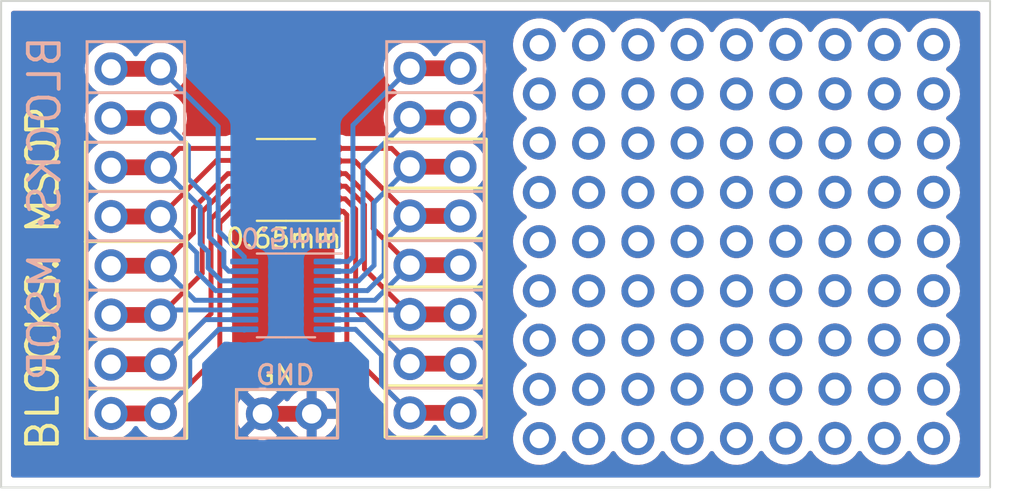
<source format=kicad_pcb>
(kicad_pcb (version 20211014) (generator pcbnew)
  (layers (0 "F.Cu" signal) (31 "B.Cu" signal) (34 "B.Paste" user) (35 "F.Paste" user) (36 "B.SilkS" user "B.Silkscreen") (37 "F.SilkS" user "F.Silkscreen") (38 "B.Mask" user) (39 "F.Mask" user) (44 "Edge.Cuts" user))
  (net 0 "")
  (net 1 "Net-(J1-Pad1)")
  (net 2 "Net-(J1-Pad2)")
  (net 3 "Net-(J1-Pad3)")
  (net 4 "Net-(J1-Pad4)")
  (net 5 "Net-(J1-Pad5)")
  (net 6 "Net-(J1-Pad6)")
  (net 7 "Net-(J1-Pad7)")
  (net 8 "Net-(J1-Pad8)")
  (net 9 "Net-(J1-Pad9)")
  (net 10 "Net-(J1-Pad10)")
  (net 11 "Net-(J2-Pad1)")
  (net 12 "Net-(J2-Pad2)")
  (net 13 "Net-(J1-Pad11)")
  (net 14 "Net-(J1-Pad12)")
  (net 15 "Net-(J10-Pad2)")
  (net 16 "Net-(J10-Pad1)")
  (net 98 "GND")
  (footprint "Connector_PinHeader_2.54mm:PinHeader_1x08_P2.54mm_Vertical" (layer "F.Cu") (at 173.709655 99.65 180)
    (fp_text reference "J9" hide)
    (fp_text value "Conn_01x08")
    (pad "1" thru_hole circle (at 0 0 180) (size 1.7 1.7) (drill 1) (layers *.Cu *.Mask) (net 1 "Net-(J1-Pad1)"))
    (pad "2" thru_hole oval (at 0 2.54 180) (size 1.7 1.7) (drill 1) (layers *.Cu *.Mask) (net 2 "Net-(J1-Pad2)"))
    (pad "3" thru_hole oval (at 0 5.08 180) (size 1.7 1.7) (drill 1) (layers *.Cu *.Mask) (net 3 "Net-(J1-Pad3)"))
    (pad "4" thru_hole oval (at 0 7.62 180) (size 1.7 1.7) (drill 1) (layers *.Cu *.Mask) (net 4 "Net-(J1-Pad4)"))
    (pad "5" thru_hole oval (at 0 10.16 180) (size 1.7 1.7) (drill 1) (layers *.Cu *.Mask) (net 5 "Net-(J1-Pad5)"))
    (pad "6" thru_hole oval (at 0 12.7 180) (size 1.7 1.7) (drill 1) (layers *.Cu *.Mask) (net 6 "Net-(J1-Pad6)"))
    (pad "7" thru_hole oval (at 0 15.24 180) (size 1.7 1.7) (drill 1) (layers *.Cu *.Mask) (net 12 "Net-(J2-Pad2)"))
    (pad "8" thru_hole oval (at 0 17.78 180) (size 1.7 1.7) (drill 1) (layers *.Cu *.Mask) (net 11 "Net-(J2-Pad1)"))
  )
  (footprint "A_Personal:Stripboard_1x09_P2.54mm_Vertical" (layer "F.Cu") (at 195.58 80.645)
    (fp_text reference "J4" hide)
    (fp_text value "Conn_01x09")
    (pad "1" thru_hole circle (at 0 0) (size 1.7 1.7) (drill 1) (layers *.Cu *.Mask))
    (pad "2" thru_hole oval (at 0 2.54) (size 1.7 1.7) (drill 1) (layers *.Cu *.Mask))
    (pad "3" thru_hole oval (at 0 5.08) (size 1.7 1.7) (drill 1) (layers *.Cu *.Mask))
    (pad "4" thru_hole oval (at 0 7.62) (size 1.7 1.7) (drill 1) (layers *.Cu *.Mask))
    (pad "5" thru_hole oval (at 0 10.16) (size 1.7 1.7) (drill 1) (layers *.Cu *.Mask))
    (pad "6" thru_hole oval (at 0 12.7) (size 1.7 1.7) (drill 1) (layers *.Cu *.Mask))
    (pad "7" thru_hole oval (at 0 15.24) (size 1.7 1.7) (drill 1) (layers *.Cu *.Mask))
    (pad "8" thru_hole oval (at 0 17.78) (size 1.7 1.7) (drill 1) (layers *.Cu *.Mask))
    (pad "9" thru_hole oval (at 0 20.32) (size 1.7 1.7) (drill 1) (layers *.Cu *.Mask))
  )
  (footprint "A_Personal:Stripboard_1x09_P2.54mm_Vertical" (layer "F.Cu") (at 193.04 80.645)
    (fp_text reference "J5" hide)
    (fp_text value "Conn_01x09")
    (pad "1" thru_hole circle (at 0 0) (size 1.7 1.7) (drill 1) (layers *.Cu *.Mask))
    (pad "2" thru_hole oval (at 0 2.54) (size 1.7 1.7) (drill 1) (layers *.Cu *.Mask))
    (pad "3" thru_hole oval (at 0 5.08) (size 1.7 1.7) (drill 1) (layers *.Cu *.Mask))
    (pad "4" thru_hole oval (at 0 7.62) (size 1.7 1.7) (drill 1) (layers *.Cu *.Mask))
    (pad "5" thru_hole oval (at 0 10.16) (size 1.7 1.7) (drill 1) (layers *.Cu *.Mask))
    (pad "6" thru_hole oval (at 0 12.7) (size 1.7 1.7) (drill 1) (layers *.Cu *.Mask))
    (pad "7" thru_hole oval (at 0 15.24) (size 1.7 1.7) (drill 1) (layers *.Cu *.Mask))
    (pad "8" thru_hole oval (at 0 17.78) (size 1.7 1.7) (drill 1) (layers *.Cu *.Mask))
    (pad "9" thru_hole oval (at 0 20.32) (size 1.7 1.7) (drill 1) (layers *.Cu *.Mask))
  )
  (footprint "A_Personal:Stripboard_1x09_P2.54mm_Vertical" (layer "F.Cu") (at 185.42 80.645)
    (fp_text reference "J12" hide)
    (fp_text value "Conn_01x09")
    (pad "1" thru_hole circle (at 0 0) (size 1.7 1.7) (drill 1) (layers *.Cu *.Mask))
    (pad "2" thru_hole oval (at 0 2.54) (size 1.7 1.7) (drill 1) (layers *.Cu *.Mask))
    (pad "3" thru_hole oval (at 0 5.08) (size 1.7 1.7) (drill 1) (layers *.Cu *.Mask))
    (pad "4" thru_hole oval (at 0 7.62) (size 1.7 1.7) (drill 1) (layers *.Cu *.Mask))
    (pad "5" thru_hole oval (at 0 10.16) (size 1.7 1.7) (drill 1) (layers *.Cu *.Mask))
    (pad "6" thru_hole oval (at 0 12.7) (size 1.7 1.7) (drill 1) (layers *.Cu *.Mask))
    (pad "7" thru_hole oval (at 0 15.24) (size 1.7 1.7) (drill 1) (layers *.Cu *.Mask))
    (pad "8" thru_hole oval (at 0 17.78) (size 1.7 1.7) (drill 1) (layers *.Cu *.Mask))
    (pad "9" thru_hole oval (at 0 20.32) (size 1.7 1.7) (drill 1) (layers *.Cu *.Mask))
  )
  (footprint "A_Personal:Stripboard_1x09_P2.54mm_Vertical" (layer "F.Cu") (at 187.96 80.655)
    (fp_text reference "J11" hide)
    (fp_text value "Conn_01x09")
    (pad "1" thru_hole circle (at 0 0) (size 1.7 1.7) (drill 1) (layers *.Cu *.Mask))
    (pad "2" thru_hole oval (at 0 2.54) (size 1.7 1.7) (drill 1) (layers *.Cu *.Mask))
    (pad "3" thru_hole oval (at 0 5.08) (size 1.7 1.7) (drill 1) (layers *.Cu *.Mask))
    (pad "4" thru_hole oval (at 0 7.62) (size 1.7 1.7) (drill 1) (layers *.Cu *.Mask))
    (pad "5" thru_hole oval (at 0 10.16) (size 1.7 1.7) (drill 1) (layers *.Cu *.Mask))
    (pad "6" thru_hole oval (at 0 12.7) (size 1.7 1.7) (drill 1) (layers *.Cu *.Mask))
    (pad "7" thru_hole oval (at 0 15.24) (size 1.7 1.7) (drill 1) (layers *.Cu *.Mask))
    (pad "8" thru_hole oval (at 0 17.78) (size 1.7 1.7) (drill 1) (layers *.Cu *.Mask))
    (pad "9" thru_hole oval (at 0 20.32) (size 1.7 1.7) (drill 1) (layers *.Cu *.Mask))
  )
  (footprint "Package_SO:MSOP-12_3x4mm_P0.65mm" (layer "F.Cu") (at 164.740655 87.63 180)
    (fp_text reference "J1" hide)
    (fp_text value "Conn_02x06_Counter_Clockwise")
    (fp_line (start 0 -2.11) (end 1.5 -2.11) (layer "F.SilkS") (width 0.12))
    (fp_line (start 0 2.11) (end -1.5 2.11) (layer "F.SilkS") (width 0.12))
    (fp_line (start 0 2.11) (end 1.5 2.11) (layer "F.SilkS") (width 0.12))
    (fp_line (start 0 -2.11) (end -2.875 -2.11) (layer "F.SilkS") (width 0.12))
    (pad "1" smd roundrect (at -2.15 -1.625 180) (size 1.45 0.4) (layers "F.Cu" "F.Paste" "F.Mask") (net 1 "Net-(J1-Pad1)"))
    (pad "2" smd roundrect (at -2.15 -0.975 180) (size 1.45 0.4) (layers "F.Cu" "F.Paste" "F.Mask") (net 2 "Net-(J1-Pad2)"))
    (pad "3" smd roundrect (at -2.15 -0.325 180) (size 1.45 0.4) (layers "F.Cu" "F.Paste" "F.Mask") (net 3 "Net-(J1-Pad3)"))
    (pad "4" smd roundrect (at -2.15 0.325 180) (size 1.45 0.4) (layers "F.Cu" "F.Paste" "F.Mask") (net 4 "Net-(J1-Pad4)"))
    (pad "5" smd roundrect (at -2.15 0.975 180) (size 1.45 0.4) (layers "F.Cu" "F.Paste" "F.Mask") (net 5 "Net-(J1-Pad5)"))
    (pad "6" smd roundrect (at -2.15 1.625 180) (size 1.45 0.4) (layers "F.Cu" "F.Paste" "F.Mask") (net 6 "Net-(J1-Pad6)"))
    (pad "7" smd roundrect (at 2.15 1.625 180) (size 1.45 0.4) (layers "F.Cu" "F.Paste" "F.Mask") (net 7 "Net-(J1-Pad7)"))
    (pad "8" smd roundrect (at 2.15 0.975 180) (size 1.45 0.4) (layers "F.Cu" "F.Paste" "F.Mask") (net 8 "Net-(J1-Pad8)"))
    (pad "9" smd roundrect (at 2.15 0.325 180) (size 1.45 0.4) (layers "F.Cu" "F.Paste" "F.Mask") (net 9 "Net-(J1-Pad9)"))
    (pad "10" smd roundrect (at 2.15 -0.325 180) (size 1.45 0.4) (layers "F.Cu" "F.Paste" "F.Mask") (net 10 "Net-(J1-Pad10)"))
    (pad "11" smd roundrect (at 2.15 -0.975 180) (size 1.45 0.4) (layers "F.Cu" "F.Paste" "F.Mask") (net 13 "Net-(J1-Pad11)"))
    (pad "12" smd roundrect (at 2.15 -1.625 180) (size 1.45 0.4) (layers "F.Cu" "F.Paste" "F.Mask") (net 14 "Net-(J1-Pad12)"))
  )
  (footprint "A_Personal:Stripboard_1x09_P2.54mm_Vertical" (layer "F.Cu") (at 198.12 80.645)
    (fp_text reference "J3" hide)
    (fp_text value "Conn_01x09")
    (pad "1" thru_hole circle (at 0 0) (size 1.7 1.7) (drill 1) (layers *.Cu *.Mask))
    (pad "2" thru_hole oval (at 0 2.54) (size 1.7 1.7) (drill 1) (layers *.Cu *.Mask))
    (pad "3" thru_hole oval (at 0 5.08) (size 1.7 1.7) (drill 1) (layers *.Cu *.Mask))
    (pad "4" thru_hole oval (at 0 7.62) (size 1.7 1.7) (drill 1) (layers *.Cu *.Mask))
    (pad "5" thru_hole oval (at 0 10.16) (size 1.7 1.7) (drill 1) (layers *.Cu *.Mask))
    (pad "6" thru_hole oval (at 0 12.7) (size 1.7 1.7) (drill 1) (layers *.Cu *.Mask))
    (pad "7" thru_hole oval (at 0 15.24) (size 1.7 1.7) (drill 1) (layers *.Cu *.Mask))
    (pad "8" thru_hole oval (at 0 17.78) (size 1.7 1.7) (drill 1) (layers *.Cu *.Mask))
    (pad "9" thru_hole oval (at 0 20.32) (size 1.7 1.7) (drill 1) (layers *.Cu *.Mask))
  )
  (footprint "A_Personal:Stripboard_1x09_P2.54mm_Vertical" (layer "F.Cu") (at 182.88 80.655)
    (fp_text reference "J13" hide)
    (fp_text value "Conn_01x09")
    (pad "1" thru_hole circle (at 0 0) (size 1.7 1.7) (drill 1) (layers *.Cu *.Mask))
    (pad "2" thru_hole oval (at 0 2.54) (size 1.7 1.7) (drill 1) (layers *.Cu *.Mask))
    (pad "3" thru_hole oval (at 0 5.08) (size 1.7 1.7) (drill 1) (layers *.Cu *.Mask))
    (pad "4" thru_hole oval (at 0 7.62) (size 1.7 1.7) (drill 1) (layers *.Cu *.Mask))
    (pad "5" thru_hole oval (at 0 10.16) (size 1.7 1.7) (drill 1) (layers *.Cu *.Mask))
    (pad "6" thru_hole oval (at 0 12.7) (size 1.7 1.7) (drill 1) (layers *.Cu *.Mask))
    (pad "7" thru_hole oval (at 0 15.24) (size 1.7 1.7) (drill 1) (layers *.Cu *.Mask))
    (pad "8" thru_hole oval (at 0 17.78) (size 1.7 1.7) (drill 1) (layers *.Cu *.Mask))
    (pad "9" thru_hole oval (at 0 20.32) (size 1.7 1.7) (drill 1) (layers *.Cu *.Mask))
  )
  (footprint "A_Personal:Stripboard_1x09_P2.54mm_Vertical" (layer "F.Cu") (at 177.8 80.655)
    (fp_text reference "J15" hide)
    (fp_text value "Conn_01x09")
    (pad "1" thru_hole circle (at 0 0) (size 1.7 1.7) (drill 1) (layers *.Cu *.Mask))
    (pad "2" thru_hole oval (at 0 2.54) (size 1.7 1.7) (drill 1) (layers *.Cu *.Mask))
    (pad "3" thru_hole oval (at 0 5.08) (size 1.7 1.7) (drill 1) (layers *.Cu *.Mask))
    (pad "4" thru_hole oval (at 0 7.62) (size 1.7 1.7) (drill 1) (layers *.Cu *.Mask))
    (pad "5" thru_hole oval (at 0 10.16) (size 1.7 1.7) (drill 1) (layers *.Cu *.Mask))
    (pad "6" thru_hole oval (at 0 12.7) (size 1.7 1.7) (drill 1) (layers *.Cu *.Mask))
    (pad "7" thru_hole oval (at 0 15.24) (size 1.7 1.7) (drill 1) (layers *.Cu *.Mask))
    (pad "8" thru_hole oval (at 0 17.78) (size 1.7 1.7) (drill 1) (layers *.Cu *.Mask))
    (pad "9" thru_hole oval (at 0 20.32) (size 1.7 1.7) (drill 1) (layers *.Cu *.Mask))
  )
  (footprint "Connector_PinHeader_2.54mm:PinHeader_1x08_P2.54mm_Vertical" (layer "F.Cu") (at 171.130655 99.65 180)
    (fp_text reference "J7" hide)
    (fp_text value "Conn_01x08")
    (pad "1" thru_hole circle (at 0 0 180) (size 1.7 1.7) (drill 1) (layers *.Cu *.Mask) (net 1 "Net-(J1-Pad1)"))
    (pad "2" thru_hole oval (at 0 2.54 180) (size 1.7 1.7) (drill 1) (layers *.Cu *.Mask) (net 2 "Net-(J1-Pad2)"))
    (pad "3" thru_hole oval (at 0 5.08 180) (size 1.7 1.7) (drill 1) (layers *.Cu *.Mask) (net 3 "Net-(J1-Pad3)"))
    (pad "4" thru_hole oval (at 0 7.62 180) (size 1.7 1.7) (drill 1) (layers *.Cu *.Mask) (net 4 "Net-(J1-Pad4)"))
    (pad "5" thru_hole oval (at 0 10.16 180) (size 1.7 1.7) (drill 1) (layers *.Cu *.Mask) (net 5 "Net-(J1-Pad5)"))
    (pad "6" thru_hole oval (at 0 12.7 180) (size 1.7 1.7) (drill 1) (layers *.Cu *.Mask) (net 6 "Net-(J1-Pad6)"))
    (pad "7" thru_hole oval (at 0 15.24 180) (size 1.7 1.7) (drill 1) (layers *.Cu *.Mask) (net 12 "Net-(J2-Pad2)"))
    (pad "8" thru_hole oval (at 0 17.78 180) (size 1.7 1.7) (drill 1) (layers *.Cu *.Mask) (net 11 "Net-(J2-Pad1)"))
  )
  (footprint "A_Personal:Stripboard_1x09_P2.54mm_Vertical" (layer "F.Cu") (at 190.5 80.635)
    (fp_text reference "J6" hide)
    (fp_text value "Conn_01x09")
    (pad "1" thru_hole circle (at 0 0) (size 1.7 1.7) (drill 1) (layers *.Cu *.Mask))
    (pad "2" thru_hole oval (at 0 2.54) (size 1.7 1.7) (drill 1) (layers *.Cu *.Mask))
    (pad "3" thru_hole oval (at 0 5.08) (size 1.7 1.7) (drill 1) (layers *.Cu *.Mask))
    (pad "4" thru_hole oval (at 0 7.62) (size 1.7 1.7) (drill 1) (layers *.Cu *.Mask))
    (pad "5" thru_hole oval (at 0 10.16) (size 1.7 1.7) (drill 1) (layers *.Cu *.Mask))
    (pad "6" thru_hole oval (at 0 12.7) (size 1.7 1.7) (drill 1) (layers *.Cu *.Mask))
    (pad "7" thru_hole oval (at 0 15.24) (size 1.7 1.7) (drill 1) (layers *.Cu *.Mask))
    (pad "8" thru_hole oval (at 0 17.78) (size 1.7 1.7) (drill 1) (layers *.Cu *.Mask))
    (pad "9" thru_hole oval (at 0 20.32) (size 1.7 1.7) (drill 1) (layers *.Cu *.Mask))
  )
  (footprint "Connector_PinHeader_2.54mm:PinHeader_1x08_P2.54mm_Vertical" (layer "F.Cu") (at 155.725721 81.899548)
    (fp_text reference "J10" hide)
    (fp_text value "Conn_01x08")
    (pad "1" thru_hole circle (at 0 0) (size 1.7 1.7) (drill 1) (layers *.Cu *.Mask) (net 16 "Net-(J10-Pad1)"))
    (pad "2" thru_hole oval (at 0 2.54) (size 1.7 1.7) (drill 1) (layers *.Cu *.Mask) (net 15 "Net-(J10-Pad2)"))
    (pad "3" thru_hole oval (at 0 5.08) (size 1.7 1.7) (drill 1) (layers *.Cu *.Mask) (net 7 "Net-(J1-Pad7)"))
    (pad "4" thru_hole oval (at 0 7.62) (size 1.7 1.7) (drill 1) (layers *.Cu *.Mask) (net 8 "Net-(J1-Pad8)"))
    (pad "5" thru_hole oval (at 0 10.16) (size 1.7 1.7) (drill 1) (layers *.Cu *.Mask) (net 9 "Net-(J1-Pad9)"))
    (pad "6" thru_hole oval (at 0 12.7) (size 1.7 1.7) (drill 1) (layers *.Cu *.Mask) (net 10 "Net-(J1-Pad10)"))
    (pad "7" thru_hole oval (at 0 15.24) (size 1.7 1.7) (drill 1) (layers *.Cu *.Mask) (net 13 "Net-(J1-Pad11)"))
    (pad "8" thru_hole oval (at 0 17.78) (size 1.7 1.7) (drill 1) (layers *.Cu *.Mask) (net 14 "Net-(J1-Pad12)"))
  )
  (footprint "A_Personal:Stripboard_1x09_P2.54mm_Vertical" (layer "F.Cu") (at 180.34 80.655)
    (fp_text reference "J14" hide)
    (fp_text value "Conn_01x09")
    (pad "1" thru_hole circle (at 0 0) (size 1.7 1.7) (drill 1) (layers *.Cu *.Mask))
    (pad "2" thru_hole oval (at 0 2.54) (size 1.7 1.7) (drill 1) (layers *.Cu *.Mask))
    (pad "3" thru_hole oval (at 0 5.08) (size 1.7 1.7) (drill 1) (layers *.Cu *.Mask))
    (pad "4" thru_hole oval (at 0 7.62) (size 1.7 1.7) (drill 1) (layers *.Cu *.Mask))
    (pad "5" thru_hole oval (at 0 10.16) (size 1.7 1.7) (drill 1) (layers *.Cu *.Mask))
    (pad "6" thru_hole oval (at 0 12.7) (size 1.7 1.7) (drill 1) (layers *.Cu *.Mask))
    (pad "7" thru_hole oval (at 0 15.24) (size 1.7 1.7) (drill 1) (layers *.Cu *.Mask))
    (pad "8" thru_hole oval (at 0 17.78) (size 1.7 1.7) (drill 1) (layers *.Cu *.Mask))
    (pad "9" thru_hole oval (at 0 20.32) (size 1.7 1.7) (drill 1) (layers *.Cu *.Mask))
  )
  (footprint "Connector_PinHeader_2.54mm:PinHeader_1x08_P2.54mm_Vertical" (layer "F.Cu") (at 158.270655 81.9)
    (fp_text reference "J8" hide)
    (fp_text value "Conn_01x08")
    (pad "1" thru_hole circle (at 0 0) (size 1.7 1.7) (drill 1) (layers *.Cu *.Mask) (net 16 "Net-(J10-Pad1)"))
    (pad "2" thru_hole oval (at 0 2.54) (size 1.7 1.7) (drill 1) (layers *.Cu *.Mask) (net 15 "Net-(J10-Pad2)"))
    (pad "3" thru_hole oval (at 0 5.08) (size 1.7 1.7) (drill 1) (layers *.Cu *.Mask) (net 7 "Net-(J1-Pad7)"))
    (pad "4" thru_hole oval (at 0 7.62) (size 1.7 1.7) (drill 1) (layers *.Cu *.Mask) (net 8 "Net-(J1-Pad8)"))
    (pad "5" thru_hole oval (at 0 10.16) (size 1.7 1.7) (drill 1) (layers *.Cu *.Mask) (net 9 "Net-(J1-Pad9)"))
    (pad "6" thru_hole oval (at 0 12.7) (size 1.7 1.7) (drill 1) (layers *.Cu *.Mask) (net 10 "Net-(J1-Pad10)"))
    (pad "7" thru_hole oval (at 0 15.24) (size 1.7 1.7) (drill 1) (layers *.Cu *.Mask) (net 13 "Net-(J1-Pad11)"))
    (pad "8" thru_hole oval (at 0 17.78) (size 1.7 1.7) (drill 1) (layers *.Cu *.Mask) (net 14 "Net-(J1-Pad12)"))
  )
  (footprint "A_Personal:Stripboard_1x02_P2.54mm_Vertical" (layer "F.Cu") (at 163.525 99.7 90)
    (fp_text reference "J16" hide)
    (fp_text value "Conn_01x02")
    (pad "1" thru_hole circle (at 0 0 90) (size 1.7 1.7) (drill 1) (layers *.Cu *.Mask) (net 98 "GND"))
    (pad "2" thru_hole oval (at 0 2.54 90) (size 1.7 1.7) (drill 1) (layers *.Cu *.Mask) (net 98 "GND"))
  )
  (footprint "Package_SO:MSOP-16_3x4mm_P0.5mm" (layer "B.Cu") (at 164.740655 93.59 180)
    (fp_text reference "J2" hide)
    (fp_text value "Conn_02x08_Counter_Clockwise")
    (fp_line (start 0 -2.16) (end 1.5 -2.16) (layer "B.SilkS") (width 0.12))
    (fp_line (start 0 -2.16) (end -1.5 -2.16) (layer "B.SilkS") (width 0.12))
    (fp_line (start 0 2.16) (end -2.875 2.16) (layer "B.SilkS") (width 0.12))
    (fp_line (start 0 2.16) (end 1.5 2.16) (layer "B.SilkS") (width 0.12))
    (pad "1" smd roundrect (at -2.15 1.75 180) (size 1.45 0.3) (layers "B.Cu" "B.Paste" "B.Mask") (net 11 "Net-(J2-Pad1)"))
    (pad "2" smd roundrect (at -2.15 1.25 180) (size 1.45 0.3) (layers "B.Cu" "B.Paste" "B.Mask") (net 12 "Net-(J2-Pad2)"))
    (pad "3" smd roundrect (at -2.15 0.75 180) (size 1.45 0.3) (layers "B.Cu" "B.Paste" "B.Mask") (net 6 "Net-(J1-Pad6)"))
    (pad "4" smd roundrect (at -2.15 0.25 180) (size 1.45 0.3) (layers "B.Cu" "B.Paste" "B.Mask") (net 5 "Net-(J1-Pad5)"))
    (pad "5" smd roundrect (at -2.15 -0.25 180) (size 1.45 0.3) (layers "B.Cu" "B.Paste" "B.Mask") (net 4 "Net-(J1-Pad4)"))
    (pad "6" smd roundrect (at -2.15 -0.75 180) (size 1.45 0.3) (layers "B.Cu" "B.Paste" "B.Mask") (net 3 "Net-(J1-Pad3)"))
    (pad "7" smd roundrect (at -2.15 -1.25 180) (size 1.45 0.3) (layers "B.Cu" "B.Paste" "B.Mask") (net 2 "Net-(J1-Pad2)"))
    (pad "8" smd roundrect (at -2.15 -1.75 180) (size 1.45 0.3) (layers "B.Cu" "B.Paste" "B.Mask") (net 1 "Net-(J1-Pad1)"))
    (pad "9" smd roundrect (at 2.15 -1.75 180) (size 1.45 0.3) (layers "B.Cu" "B.Paste" "B.Mask") (net 14 "Net-(J1-Pad12)"))
    (pad "10" smd roundrect (at 2.15 -1.25 180) (size 1.45 0.3) (layers "B.Cu" "B.Paste" "B.Mask") (net 13 "Net-(J1-Pad11)"))
    (pad "11" smd roundrect (at 2.15 -0.75 180) (size 1.45 0.3) (layers "B.Cu" "B.Paste" "B.Mask") (net 10 "Net-(J1-Pad10)"))
    (pad "12" smd roundrect (at 2.15 -0.25 180) (size 1.45 0.3) (layers "B.Cu" "B.Paste" "B.Mask") (net 9 "Net-(J1-Pad9)"))
    (pad "13" smd roundrect (at 2.15 0.25 180) (size 1.45 0.3) (layers "B.Cu" "B.Paste" "B.Mask") (net 8 "Net-(J1-Pad8)"))
    (pad "14" smd roundrect (at 2.15 0.75 180) (size 1.45 0.3) (layers "B.Cu" "B.Paste" "B.Mask") (net 7 "Net-(J1-Pad7)"))
    (pad "15" smd roundrect (at 2.15 1.25 180) (size 1.45 0.3) (layers "B.Cu" "B.Paste" "B.Mask") (net 15 "Net-(J10-Pad2)"))
    (pad "16" smd roundrect (at 2.15 1.75 180) (size 1.45 0.3) (layers "B.Cu" "B.Paste" "B.Mask") (net 16 "Net-(J10-Pad1)"))
  )
  (gr_line (start 154.52701 83.130387) (end 159.449241 83.130387) (layer "B.SilkS") (width 0.15))
  (gr_line (start 154.525269 93.317083) (end 159.4475 93.317083) (layer "B.SilkS") (width 0.15))
  (gr_rect (start 162.209028 98.442153) (end 167.409028 100.948628) (layer "B.SilkS") (width 0.15) (fill none))
  (gr_line (start 169.994224 90.766399) (end 174.916455 90.766399) (layer "B.SilkS") (width 0.15))
  (gr_line (start 169.97298 95.84645) (end 174.895211 95.84645) (layer "B.SilkS") (width 0.15))
  (gr_rect (start 154.4875 100.967083) (end 159.5125 80.497083) (layer "B.SilkS") (width 0.15) (fill none))
  (gr_line (start 169.968424 93.315) (end 174.890655 93.315) (layer "B.SilkS") (width 0.15))
  (gr_line (start 154.52701 88.227404) (end 159.449241 88.227404) (layer "B.SilkS") (width 0.15))
  (gr_line (start 170.014745 85.684243) (end 174.936976 85.684243) (layer "B.SilkS") (width 0.15))
  (gr_line (start 154.529825 98.376567) (end 159.452056 98.376567) (layer "B.SilkS") (width 0.15))
  (gr_rect (start 169.930655 100.965) (end 174.955655 80.495) (layer "B.SilkS") (width 0.15) (fill none))
  (gr_line (start 169.970165 83.128304) (end 174.892396 83.128304) (layer "B.SilkS") (width 0.15))
  (gr_line (start 154.551069 90.768482) (end 159.4733 90.768482) (layer "B.SilkS") (width 0.15))
  (gr_line (start 169.970165 88.225321) (end 174.892396 88.225321) (layer "B.SilkS") (width 0.15))
  (gr_line (start 169.97298 98.374484) (end 174.895211 98.374484) (layer "B.SilkS") (width 0.15))
  (gr_line (start 154.57159 85.686326) (end 159.493821 85.686326) (layer "B.SilkS") (width 0.15))
  (gr_line (start 154.529825 95.848533) (end 159.452056 95.848533) (layer "B.SilkS") (width 0.15))
  (gr_line (start 169.885501 88.05) (end 174.985501 88.05) (layer "F.SilkS") (width 0.15))
  (gr_line (start 154.440655 93.315) (end 159.540655 93.315) (layer "F.SilkS") (width 0.15))
  (gr_line (start 169.885501 93.15) (end 174.985501 93.15) (layer "F.SilkS") (width 0.15))
  (gr_line (start 154.390655 90.815) (end 159.490655 90.815) (layer "F.SilkS") (width 0.15))
  (gr_rect (start 162.189663 98.448628) (end 167.389663 100.948628) (layer "F.SilkS") (width 0.15) (fill none))
  (gr_line (start 154.440655 95.865) (end 159.540655 95.865) (layer "F.SilkS") (width 0.15))
  (gr_line (start 154.440655 88.215) (end 159.540655 88.215) (layer "F.SilkS") (width 0.15))
  (gr_line (start 169.885501 98.25) (end 174.985501 98.25) (layer "F.SilkS") (width 0.15))
  (gr_line (start 169.885501 95.7) (end 174.985501 95.7) (layer "F.SilkS") (width 0.15))
  (gr_line (start 154.440655 98.415) (end 159.540655 98.415) (layer "F.SilkS") (width 0.15))
  (gr_line (start 169.835501 90.65) (end 174.935501 90.65) (layer "F.SilkS") (width 0.15))
  (gr_rect (start 154.400655 100.965) (end 159.625655 85.685) (layer "F.SilkS") (width 0.15) (fill none))
  (gr_rect (start 169.845501 100.9) (end 175.070501 85.52) (layer "F.SilkS") (width 0.15) (fill none))
  (gr_rect (start 201.032995 103.496546) (end 150.059185 78.397494) (layer "Edge.Cuts") (width 0.1) (fill none))
  (gr_text "BLOCKS: MSOP" (at 152.3 89.1 90) (layer "B.SilkS") (effects (font (size 1.59 1.59) (thickness 0.2)) (justify mirror)))
  (gr_text "0.5mm" (at 164.930655 90.605 180) (layer "B.SilkS") (effects (font (size 0.992 0.992) (thickness 0.148)) (justify mirror)))
  (gr_text "GND" (at 164.7 97.6 180) (layer "B.SilkS") (effects (font (size 0.992 0.992) (thickness 0.148)) (justify mirror)))
  (gr_text "GND" (at 164.7 97.7) (layer "F.SilkS") (effects (font (size 0.992 0.992) (thickness 0.148))))
  (gr_text "0.65mm" (at 164.620655 90.645) (layer "F.SilkS") (effects (font (size 0.992 0.992) (thickness 0.148))))
  (gr_text "BLOCKS: MSOP" (at 152.205778 92.71 90) (layer "F.SilkS") (effects (font (size 1.59 1.59) (thickness 0.2))))
  (segment (start 167.876655 89.435) (end 167.876655 96.396) (width 0.254) (layer "F.Cu") (net 1))
  (segment (start 166.890655 89.255) (end 167.696655 89.255) (width 0.254) (layer "F.Cu") (net 1))
  (segment (start 167.876655 96.396) (end 171.130655 99.65) (width 0.254) (layer "F.Cu") (net 1))
  (segment (start 173.709655 99.65) (end 171.130655 99.65) (width 0.8128) (layer "F.Cu") (net 1))
  (segment (start 167.696655 89.255) (end 167.876655 89.435) (width 0.254) (layer "F.Cu") (net 1))
  (segment (start 169.660655 98.18) (end 171.130655 99.65) (width 0.254) (layer "B.Cu") (net 1))
  (segment (start 168.325655 95.34) (end 169.660655 96.675) (width 0.254) (layer "B.Cu") (net 1))
  (segment (start 166.890655 95.34) (end 168.325655 95.34) (width 0.254) (layer "B.Cu") (net 1))
  (segment (start 169.660655 96.675) (end 169.660655 98.18) (width 0.254) (layer "B.Cu") (net 1))
  (segment (start 171.130655 97.11) (end 168.330655 94.31) (width 0.254) (layer "F.Cu") (net 2))
  (segment (start 167.790655 88.605) (end 166.890655 88.605) (width 0.254) (layer "F.Cu") (net 2))
  (segment (start 168.330655 94.31) (end 168.330655 89.145) (width 0.254) (layer "F.Cu") (net 2))
  (segment (start 168.330655 89.145) (end 167.790655 88.605) (width 0.254) (layer "F.Cu") (net 2))
  (segment (start 173.709655 97.11) (end 171.130655 97.11) (width 0.8128) (layer "F.Cu") (net 2))
  (segment (start 171.130655 97.11) (end 168.860655 94.84) (width 0.254) (layer "B.Cu") (net 2))
  (segment (start 168.860655 94.84) (end 166.890655 94.84) (width 0.254) (layer "B.Cu") (net 2))
  (segment (start 167.815524 87.955) (end 168.784655 88.924131) (width 0.254) (layer "F.Cu") (net 3))
  (segment (start 173.709655 94.57) (end 171.130655 94.57) (width 0.8128) (layer "F.Cu") (net 3))
  (segment (start 168.784655 92.224) (end 171.130655 94.57) (width 0.254) (layer "F.Cu") (net 3))
  (segment (start 168.784655 88.924131) (end 168.784655 92.224) (width 0.254) (layer "F.Cu") (net 3))
  (segment (start 166.890655 87.955) (end 167.815524 87.955) (width 0.254) (layer "F.Cu") (net 3))
  (segment (start 171.130655 94.525) (end 170.945655 94.34) (width 0.254) (layer "B.Cu") (net 3))
  (segment (start 170.900655 94.34) (end 171.130655 94.57) (width 0.254) (layer "B.Cu") (net 3))
  (segment (start 166.890655 94.34) (end 170.900655 94.34) (width 0.254) (layer "B.Cu") (net 3))
  (segment (start 169.238655 88.728131) (end 169.238655 90.138) (width 0.254) (layer "F.Cu") (net 4))
  (segment (start 166.890655 87.305) (end 167.815524 87.305) (width 0.254) (layer "F.Cu") (net 4))
  (segment (start 173.709655 92.03) (end 171.130655 92.03) (width 0.8128) (layer "F.Cu") (net 4))
  (segment (start 167.815524 87.305) (end 169.238655 88.728131) (width 0.254) (layer "F.Cu") (net 4))
  (segment (start 169.238655 90.138) (end 171.130655 92.03) (width 0.254) (layer "F.Cu") (net 4))
  (segment (start 169.320655 93.84) (end 171.130655 92.03) (width 0.254) (layer "B.Cu") (net 4))
  (segment (start 166.890655 93.84) (end 169.320655 93.84) (width 0.254) (layer "B.Cu") (net 4))
  (segment (start 173.709655 89.49) (end 171.130655 89.49) (width 0.8128) (layer "F.Cu") (net 5))
  (segment (start 171.130655 89.49) (end 168.295655 86.655) (width 0.254) (layer "F.Cu") (net 5))
  (segment (start 168.295655 86.655) (end 166.890655 86.655) (width 0.254) (layer "F.Cu") (net 5))
  (segment (start 169.800655 90.82) (end 171.130655 89.49) (width 0.254) (layer "B.Cu") (net 5))
  (segment (start 169.800655 92.482052) (end 169.800655 90.82) (width 0.254) (layer "B.Cu") (net 5))
  (segment (start 166.890655 93.34) (end 168.942707 93.34) (width 0.254) (layer "B.Cu") (net 5))
  (segment (start 168.942707 93.34) (end 169.800655 92.482052) (width 0.254) (layer "B.Cu") (net 5))
  (segment (start 170.185655 86.005) (end 166.890655 86.005) (width 0.254) (layer "F.Cu") (net 6))
  (segment (start 170.185655 86.005) (end 171.130655 86.95) (width 0.254) (layer "F.Cu") (net 6))
  (segment (start 173.709655 86.95) (end 171.130655 86.95) (width 0.8128) (layer "F.Cu") (net 6))
  (segment (start 169.280655 92.035) (end 168.475655 92.84) (width 0.254) (layer "B.Cu") (net 6))
  (segment (start 171.130655 86.95) (end 169.280655 88.8) (width 0.254) (layer "B.Cu") (net 6))
  (segment (start 168.475655 92.84) (end 166.890655 92.84) (width 0.254) (layer "B.Cu") (net 6))
  (segment (start 169.280655 88.8) (end 169.280655 92.035) (width 0.254) (layer "B.Cu") (net 6))
  (segment (start 159.245655 86.005) (end 162.590655 86.005) (width 0.254) (layer "F.Cu") (net 7))
  (segment (start 158.270655 86.98) (end 159.245655 86.005) (width 0.254) (layer "F.Cu") (net 7))
  (segment (start 158.270203 86.979548) (end 158.270655 86.98) (width 0.8128) (layer "F.Cu") (net 7))
  (segment (start 155.725721 86.979548) (end 158.270203 86.979548) (width 0.8128) (layer "F.Cu") (net 7))
  (segment (start 158.270655 86.98) (end 160.320655 89.03) (width 0.254) (layer "B.Cu") (net 7))
  (segment (start 161.400655 92.84) (end 162.590655 92.84) (width 0.254) (layer "B.Cu") (net 7))
  (segment (start 160.320655 89.03) (end 160.320655 90.93) (width 0.254) (layer "B.Cu") (net 7))
  (segment (start 160.730655 92.17) (end 161.400655 92.84) (width 0.254) (layer "B.Cu") (net 7))
  (segment (start 160.730655 91.34) (end 160.730655 92.17) (width 0.254) (layer "B.Cu") (net 7))
  (segment (start 160.320655 90.93) (end 160.730655 91.34) (width 0.254) (layer "B.Cu") (net 7))
  (segment (start 155.725721 89.519548) (end 158.270203 89.519548) (width 0.8128) (layer "F.Cu") (net 8))
  (segment (start 158.270203 89.519548) (end 158.270655 89.52) (width 0.8128) (layer "F.Cu") (net 8))
  (segment (start 161.165655 86.625) (end 162.560655 86.625) (width 0.25) (layer "F.Cu") (net 8))
  (segment (start 162.560655 86.625) (end 162.590655 86.655) (width 0.25) (layer "F.Cu") (net 8))
  (segment (start 158.270655 89.52) (end 161.165655 86.625) (width 0.25) (layer "F.Cu") (net 8))
  (segment (start 158.270655 89.52) (end 160.140655 91.39) (width 0.25) (layer "B.Cu") (net 8))
  (segment (start 160.140655 92.37) (end 161.110655 93.34) (width 0.25) (layer "B.Cu") (net 8))
  (segment (start 160.140655 91.39) (end 160.140655 92.37) (width 0.25) (layer "B.Cu") (net 8))
  (segment (start 161.110655 93.34) (end 162.590655 93.34) (width 0.25) (layer "B.Cu") (net 8))
  (segment (start 158.270203 92.059548) (end 158.270655 92.06) (width 0.8128) (layer "F.Cu") (net 9))
  (segment (start 159.972655 89.083775) (end 161.75143 87.305) (width 0.254) (layer "F.Cu") (net 9))
  (segment (start 161.75143 87.305) (end 162.590655 87.305) (width 0.254) (layer "F.Cu") (net 9))
  (segment (start 155.725721 92.059548) (end 158.270203 92.059548) (width 0.8128) (layer "F.Cu") (net 9))
  (segment (start 159.972655 90.358) (end 159.972655 89.083775) (width 0.254) (layer "F.Cu") (net 9))
  (segment (start 158.270655 92.06) (end 159.972655 90.358) (width 0.254) (layer "F.Cu") (net 9))
  (segment (start 160.050655 93.84) (end 162.590655 93.84) (width 0.254) (layer "B.Cu") (net 9))
  (segment (start 158.270655 92.06) (end 160.050655 93.84) (width 0.254) (layer "B.Cu") (net 9))
  (segment (start 158.270203 94.599548) (end 158.270655 94.6) (width 0.8128) (layer "F.Cu") (net 10))
  (segment (start 155.725721 94.599548) (end 158.270203 94.599548) (width 0.8128) (layer "F.Cu") (net 10))
  (segment (start 160.424655 89.271) (end 161.740655 87.955) (width 0.25) (layer "F.Cu") (net 10))
  (segment (start 161.740655 87.955) (end 162.590655 87.955) (width 0.25) (layer "F.Cu") (net 10))
  (segment (start 158.270655 94.6) (end 160.424655 92.446) (width 0.25) (layer "F.Cu") (net 10))
  (segment (start 160.424655 92.446) (end 160.424655 89.271) (width 0.25) (layer "F.Cu") (net 10))
  (segment (start 158.530655 94.34) (end 162.590655 94.34) (width 0.25) (layer "B.Cu") (net 10))
  (segment (start 158.270655 94.6) (end 158.530655 94.34) (width 0.25) (layer "B.Cu") (net 10))
  (segment (start 158.270655 94.6) (end 158.630655 94.24) (width 0.25) (layer "B.Cu") (net 10))
  (segment (start 173.709655 81.87) (end 171.130655 81.87) (width 0.8128) (layer "F.Cu") (net 11))
  (segment (start 168.190655 84.81) (end 171.130655 81.87) (width 0.254) (layer "B.Cu") (net 11))
  (segment (start 166.890655 91.84) (end 167.940655 91.84) (width 0.254) (layer "B.Cu") (net 11))
  (segment (start 168.190655 91.59) (end 168.190655 84.81) (width 0.254) (layer "B.Cu") (net 11))
  (segment (start 167.940655 91.84) (end 168.190655 91.59) (width 0.254) (layer "B.Cu") (net 11))
  (segment (start 173.709655 84.41) (end 171.130655 84.41) (width 0.8128) (layer "F.Cu") (net 12))
  (segment (start 168.710655 86.83) (end 171.130655 84.41) (width 0.254) (layer "B.Cu") (net 12))
  (segment (start 166.890655 92.34) (end 168.082707 92.34) (width 0.254) (layer "B.Cu") (net 12))
  (segment (start 168.710655 91.712052) (end 168.710655 86.83) (width 0.254) (layer "B.Cu") (net 12))
  (segment (start 168.082707 92.34) (end 168.710655 91.712052) (width 0.254) (layer "B.Cu") (net 12))
  (segment (start 161.911786 88.605) (end 162.590655 88.605) (width 0.254) (layer "F.Cu") (net 13))
  (segment (start 155.725721 97.139548) (end 158.270203 97.139548) (width 0.8128) (layer "F.Cu") (net 13))
  (segment (start 158.270655 97.14) (end 160.876655 94.534) (width 0.254) (layer "F.Cu") (net 13))
  (segment (start 160.876655 94.534) (end 160.876655 89.640131) (width 0.254) (layer "F.Cu") (net 13))
  (segment (start 160.876655 89.640131) (end 161.911786 88.605) (width 0.254) (layer "F.Cu") (net 13))
  (segment (start 158.270203 97.139548) (end 158.270655 97.14) (width 0.8128) (layer "F.Cu") (net 13))
  (segment (start 160.570655 94.84) (end 162.590655 94.84) (width 0.254) (layer "B.Cu") (net 13))
  (segment (start 158.270655 97.14) (end 160.570655 94.84) (width 0.254) (layer "B.Cu") (net 13))
  (segment (start 158.270203 99.679548) (end 158.270655 99.68) (width 0.8128) (layer "F.Cu") (net 14))
  (segment (start 158.270655 99.68) (end 161.330655 96.62) (width 0.254) (layer "F.Cu") (net 14))
  (segment (start 161.330655 89.845) (end 161.920655 89.255) (width 0.254) (layer "F.Cu") (net 14))
  (segment (start 161.920655 89.255) (end 162.590655 89.255) (width 0.254) (layer "F.Cu") (net 14))
  (segment (start 161.330655 96.62) (end 161.330655 89.845) (width 0.254) (layer "F.Cu") (net 14))
  (segment (start 155.725721 99.679548) (end 158.270203 99.679548) (width 0.8128) (layer "F.Cu") (net 14))
  (segment (start 162.590655 95.36) (end 162.590655 95.3424) (width 0.3048) (layer "B.Cu") (net 14))
  (segment (start 159.780655 98.17) (end 159.780655 96.835) (width 0.254) (layer "B.Cu") (net 14))
  (segment (start 161.275655 95.34) (end 162.590655 95.34) (width 0.254) (layer "B.Cu") (net 14))
  (segment (start 158.270655 99.68) (end 159.780655 98.17) (width 0.254) (layer "B.Cu") (net 14))
  (segment (start 162.590655 95.36) (end 162.590655 95.34) (width 0.25) (layer "B.Cu") (net 14))
  (segment (start 159.780655 96.835) (end 161.275655 95.34) (width 0.254) (layer "B.Cu") (net 14))
  (segment (start 155.725721 84.439548) (end 158.270203 84.439548) (width 0.8128) (layer "F.Cu") (net 15))
  (segment (start 158.270203 84.439548) (end 158.270655 84.44) (width 0.8128) (layer "F.Cu") (net 15))
  (segment (start 160.790655 88.65) (end 160.790655 90.58) (width 0.254) (layer "B.Cu") (net 15))
  (segment (start 158.270655 84.44) (end 159.710655 85.88) (width 0.254) (layer "B.Cu") (net 15))
  (segment (start 159.710655 87.57) (end 160.790655 88.65) (width 0.254) (layer "B.Cu") (net 15))
  (segment (start 161.538655 92.081514) (end 161.797141 92.34) (width 0.254) (layer "B.Cu") (net 15))
  (segment (start 161.797141 92.34) (end 162.590655 92.34) (width 0.254) (layer "B.Cu") (net 15))
  (segment (start 161.538655 91.328) (end 161.538655 92.081514) (width 0.254) (layer "B.Cu") (net 15))
  (segment (start 159.710655 85.88) (end 159.710655 87.57) (width 0.254) (layer "B.Cu") (net 15))
  (segment (start 160.790655 90.58) (end 161.538655 91.328) (width 0.254) (layer "B.Cu") (net 15))
  (segment (start 155.725721 81.899548) (end 158.270203 81.899548) (width 0.8128) (layer "F.Cu") (net 16))
  (segment (start 158.270203 81.899548) (end 158.270655 81.9) (width 0.8128) (layer "F.Cu") (net 16))
  (segment (start 161.244655 84.874) (end 161.244655 90.254) (width 0.254) (layer "B.Cu") (net 16))
  (segment (start 162.590655 91.6) (end 162.590655 91.84) (width 0.254) (layer "B.Cu") (net 16))
  (segment (start 158.270655 81.9) (end 161.244655 84.874) (width 0.254) (layer "B.Cu") (net 16))
  (segment (start 161.244655 90.254) (end 162.590655 91.6) (width 0.254) (layer "B.Cu") (net 16))
  (segment (start 163.525 99.7) (end 166.065 99.7) (width 0.8128) (layer "F.Cu") (net 98))
  (zone (net 98) (net_name "GND") (layers F&B.Cu) (connect_pads (clearance 0.508)) (min_thickness 0.254) (fill yes (thermal_gap 0.508) (thermal_bridge_width 0.508))
    (polygon (pts (xy 201.1 103.4) (xy 150.1 103.5) (xy 150 78.4) (xy 201 78.4)))
  )
)
</source>
